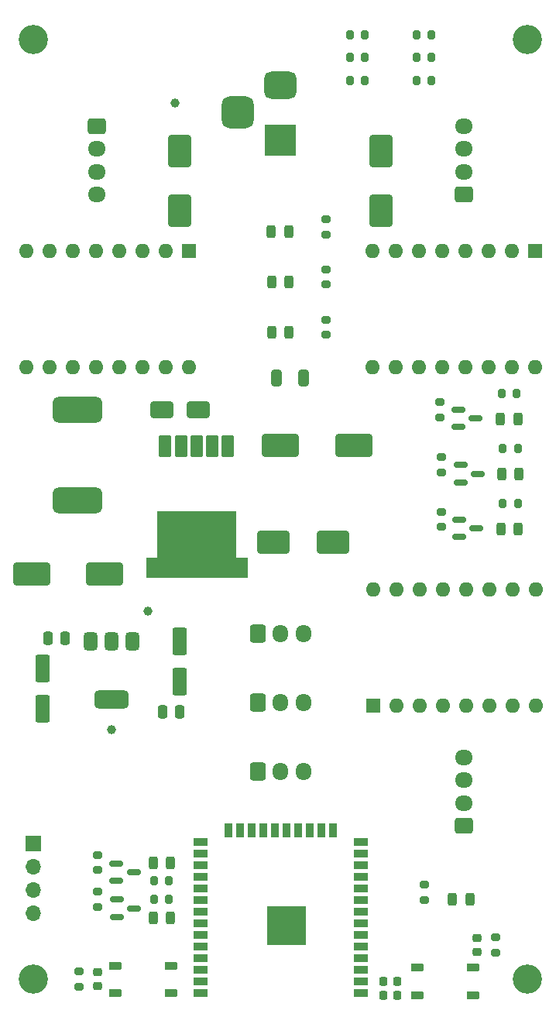
<source format=gts>
G04 #@! TF.GenerationSoftware,KiCad,Pcbnew,8.0.4*
G04 #@! TF.CreationDate,2025-01-23T14:05:32+11:00*
G04 #@! TF.ProjectId,Rotating_Cube_Shelf_2,526f7461-7469-46e6-975f-437562655f53,rev?*
G04 #@! TF.SameCoordinates,Original*
G04 #@! TF.FileFunction,Soldermask,Top*
G04 #@! TF.FilePolarity,Negative*
%FSLAX46Y46*%
G04 Gerber Fmt 4.6, Leading zero omitted, Abs format (unit mm)*
G04 Created by KiCad (PCBNEW 8.0.4) date 2025-01-23 14:05:32*
%MOMM*%
%LPD*%
G01*
G04 APERTURE LIST*
G04 Aperture macros list*
%AMRoundRect*
0 Rectangle with rounded corners*
0 $1 Rounding radius*
0 $2 $3 $4 $5 $6 $7 $8 $9 X,Y pos of 4 corners*
0 Add a 4 corners polygon primitive as box body*
4,1,4,$2,$3,$4,$5,$6,$7,$8,$9,$2,$3,0*
0 Add four circle primitives for the rounded corners*
1,1,$1+$1,$2,$3*
1,1,$1+$1,$4,$5*
1,1,$1+$1,$6,$7*
1,1,$1+$1,$8,$9*
0 Add four rect primitives between the rounded corners*
20,1,$1+$1,$2,$3,$4,$5,0*
20,1,$1+$1,$4,$5,$6,$7,0*
20,1,$1+$1,$6,$7,$8,$9,0*
20,1,$1+$1,$8,$9,$2,$3,0*%
G04 Aperture macros list end*
%ADD10C,0.010000*%
%ADD11RoundRect,0.250000X-0.600000X-0.725000X0.600000X-0.725000X0.600000X0.725000X-0.600000X0.725000X0*%
%ADD12O,1.700000X1.950000*%
%ADD13C,1.000000*%
%ADD14RoundRect,0.200000X0.275000X-0.200000X0.275000X0.200000X-0.275000X0.200000X-0.275000X-0.200000X0*%
%ADD15R,1.600000X1.600000*%
%ADD16O,1.600000X1.600000*%
%ADD17RoundRect,0.200000X-0.200000X-0.275000X0.200000X-0.275000X0.200000X0.275000X-0.200000X0.275000X0*%
%ADD18RoundRect,0.150000X-0.587500X-0.150000X0.587500X-0.150000X0.587500X0.150000X-0.587500X0.150000X0*%
%ADD19RoundRect,0.250000X-0.725000X0.600000X-0.725000X-0.600000X0.725000X-0.600000X0.725000X0.600000X0*%
%ADD20O,1.950000X1.700000*%
%ADD21RoundRect,0.250000X-0.550000X1.250000X-0.550000X-1.250000X0.550000X-1.250000X0.550000X1.250000X0*%
%ADD22RoundRect,0.250000X1.500000X1.000000X-1.500000X1.000000X-1.500000X-1.000000X1.500000X-1.000000X0*%
%ADD23RoundRect,0.225000X0.475000X0.225000X-0.475000X0.225000X-0.475000X-0.225000X0.475000X-0.225000X0*%
%ADD24RoundRect,0.243750X-0.243750X-0.456250X0.243750X-0.456250X0.243750X0.456250X-0.243750X0.456250X0*%
%ADD25RoundRect,0.243750X0.243750X0.456250X-0.243750X0.456250X-0.243750X-0.456250X0.243750X-0.456250X0*%
%ADD26RoundRect,0.250000X0.725000X-0.600000X0.725000X0.600000X-0.725000X0.600000X-0.725000X-0.600000X0*%
%ADD27RoundRect,0.225000X0.225000X0.250000X-0.225000X0.250000X-0.225000X-0.250000X0.225000X-0.250000X0*%
%ADD28RoundRect,0.250000X1.750000X1.000000X-1.750000X1.000000X-1.750000X-1.000000X1.750000X-1.000000X0*%
%ADD29R,3.500000X3.500000*%
%ADD30RoundRect,0.750000X-1.000000X0.750000X-1.000000X-0.750000X1.000000X-0.750000X1.000000X0.750000X0*%
%ADD31RoundRect,0.875000X-0.875000X0.875000X-0.875000X-0.875000X0.875000X-0.875000X0.875000X0.875000X0*%
%ADD32RoundRect,0.250000X1.000000X0.650000X-1.000000X0.650000X-1.000000X-0.650000X1.000000X-0.650000X0*%
%ADD33C,0.600000*%
%ADD34R,4.200000X4.200000*%
%ADD35R,1.500000X0.900000*%
%ADD36R,0.900000X1.500000*%
%ADD37C,3.200000*%
%ADD38R,1.700000X1.700000*%
%ADD39O,1.700000X1.700000*%
%ADD40RoundRect,0.250000X1.000000X-1.500000X1.000000X1.500000X-1.000000X1.500000X-1.000000X-1.500000X0*%
%ADD41RoundRect,0.375000X-0.375000X0.625000X-0.375000X-0.625000X0.375000X-0.625000X0.375000X0.625000X0*%
%ADD42RoundRect,0.500000X-1.400000X0.500000X-1.400000X-0.500000X1.400000X-0.500000X1.400000X0.500000X0*%
%ADD43RoundRect,0.250000X-0.250000X-0.475000X0.250000X-0.475000X0.250000X0.475000X-0.250000X0.475000X0*%
%ADD44RoundRect,0.225000X-0.250000X0.225000X-0.250000X-0.225000X0.250000X-0.225000X0.250000X0.225000X0*%
%ADD45RoundRect,0.200000X-0.275000X0.200000X-0.275000X-0.200000X0.275000X-0.200000X0.275000X0.200000X0*%
%ADD46RoundRect,0.250000X0.325000X0.650000X-0.325000X0.650000X-0.325000X-0.650000X0.325000X-0.650000X0*%
%ADD47RoundRect,0.250000X0.250000X0.475000X-0.250000X0.475000X-0.250000X-0.475000X0.250000X-0.475000X0*%
%ADD48RoundRect,0.225000X-0.475000X-0.225000X0.475000X-0.225000X0.475000X0.225000X-0.475000X0.225000X0*%
%ADD49RoundRect,0.250000X0.550000X-1.250000X0.550000X1.250000X-0.550000X1.250000X-0.550000X-1.250000X0*%
%ADD50RoundRect,0.725000X1.975000X0.725000X-1.975000X0.725000X-1.975000X-0.725000X1.975000X-0.725000X0*%
%ADD51RoundRect,0.102000X-0.535000X1.080000X-0.535000X-1.080000X0.535000X-1.080000X0.535000X1.080000X0*%
%ADD52RoundRect,0.250000X-1.750000X-1.000000X1.750000X-1.000000X1.750000X1.000000X-1.750000X1.000000X0*%
G04 APERTURE END LIST*
D10*
X-4935000Y-9660000D02*
X-3700000Y-9660000D01*
X-3700000Y-11770000D01*
X-14700000Y-11770000D01*
X-14700000Y-9660000D01*
X-13465000Y-9660000D01*
X-13465000Y-4580000D01*
X-4935000Y-4580000D01*
X-4935000Y-9660000D01*
G36*
X-4935000Y-9660000D02*
G01*
X-3700000Y-9660000D01*
X-3700000Y-11770000D01*
X-14700000Y-11770000D01*
X-14700000Y-9660000D01*
X-13465000Y-9660000D01*
X-13465000Y-4580000D01*
X-4935000Y-4580000D01*
X-4935000Y-9660000D01*
G37*
D11*
X-2500000Y-18000000D03*
D12*
X0Y-18000000D03*
X2500000Y-18000000D03*
D13*
X-18500000Y-28500000D03*
D14*
X17562500Y-325000D03*
X17562500Y1325000D03*
D15*
X27800000Y23840000D03*
D16*
X25260000Y23840000D03*
X22720000Y23840000D03*
X20180000Y23840000D03*
X17640000Y23840000D03*
X15100000Y23840000D03*
X12560000Y23840000D03*
X10020000Y23840000D03*
X10020000Y11140000D03*
X12560000Y11140000D03*
X15100000Y11140000D03*
X17640000Y11140000D03*
X20180000Y11140000D03*
X22720000Y11140000D03*
X25260000Y11140000D03*
X27800000Y11140000D03*
D13*
X-14500000Y-15500000D03*
D14*
X5000000Y25675000D03*
X5000000Y27325000D03*
X-20000000Y-47825000D03*
X-20000000Y-46175000D03*
D17*
X7575000Y45000000D03*
X9225000Y45000000D03*
D18*
X19562500Y-5500000D03*
X19562500Y-7400000D03*
X21437500Y-6450000D03*
D14*
X5000000Y20175000D03*
X5000000Y21825000D03*
D19*
X-20050000Y37500000D03*
D20*
X-20050000Y35000000D03*
X-20050000Y32500000D03*
X-20050000Y30000000D03*
D17*
X14875000Y47500000D03*
X16525000Y47500000D03*
D21*
X-26000000Y-21800000D03*
X-26000000Y-26200000D03*
D22*
X5750000Y-8000000D03*
X-750000Y-8000000D03*
D23*
X14950000Y-54500000D03*
X21050000Y-54500000D03*
X14950000Y-57500000D03*
X21050000Y-57500000D03*
D24*
X-937500Y20500000D03*
X937500Y20500000D03*
D25*
X26000000Y-6500000D03*
X24125000Y-6500000D03*
D17*
X-13825000Y-45000000D03*
X-12175000Y-45000000D03*
D26*
X20000000Y-39000000D03*
D20*
X20000000Y-36500000D03*
X20000000Y-34000000D03*
X20000000Y-31500000D03*
D27*
X12775000Y-56000000D03*
X11225000Y-56000000D03*
D17*
X14875000Y42500000D03*
X16525000Y42500000D03*
D25*
X-12062500Y-43000000D03*
X-13937500Y-43000000D03*
D28*
X-19225000Y-11425000D03*
X-27225000Y-11425000D03*
D13*
X-11500000Y40000000D03*
D17*
X14875000Y45000000D03*
X16525000Y45000000D03*
D18*
X19687500Y450000D03*
X19687500Y-1450000D03*
X21562500Y-500000D03*
X-17875000Y-47050000D03*
X-17875000Y-48950000D03*
X-16000000Y-48000000D03*
D29*
X0Y36000000D03*
D30*
X0Y42000000D03*
D31*
X-4700000Y39000000D03*
D17*
X24175000Y8250000D03*
X25825000Y8250000D03*
D32*
X-9000000Y6500000D03*
X-13000000Y6500000D03*
D33*
X-845000Y-49147500D03*
X-845000Y-50672500D03*
X-82500Y-48385000D03*
X-82500Y-49910000D03*
X-82500Y-51435000D03*
X680000Y-49147500D03*
D34*
X680000Y-49910000D03*
D33*
X680000Y-50672500D03*
X1442500Y-48385000D03*
X1442500Y-49910000D03*
X1442500Y-51435000D03*
X2205000Y-49147500D03*
X2205000Y-50672500D03*
D35*
X-8750000Y-57250000D03*
X-8750000Y-55980000D03*
X-8750000Y-54710000D03*
X-8750000Y-53440000D03*
X-8750000Y-52170000D03*
X-8750000Y-50900000D03*
X-8750000Y-49630000D03*
X-8750000Y-48360000D03*
X-8750000Y-47090000D03*
X-8750000Y-45820000D03*
X-8750000Y-44550000D03*
X-8750000Y-43280000D03*
X-8750000Y-42010000D03*
X-8750000Y-40740000D03*
D36*
X-5720000Y-39490000D03*
X-4450000Y-39490000D03*
X-3180000Y-39490000D03*
X-1910000Y-39490000D03*
X-640000Y-39490000D03*
X630000Y-39490000D03*
X1900000Y-39490000D03*
X3170000Y-39490000D03*
X4440000Y-39490000D03*
X5710000Y-39490000D03*
D35*
X8750000Y-40740000D03*
X8750000Y-42010000D03*
X8750000Y-43280000D03*
X8750000Y-44550000D03*
X8750000Y-45820000D03*
X8750000Y-47090000D03*
X8750000Y-48360000D03*
X8750000Y-49630000D03*
X8750000Y-50900000D03*
X8750000Y-52170000D03*
X8750000Y-53440000D03*
X8750000Y-54710000D03*
X8750000Y-55980000D03*
X8750000Y-57250000D03*
D25*
X18812500Y-47000000D03*
X20687500Y-47000000D03*
D17*
X7575000Y47500000D03*
X9225000Y47500000D03*
D37*
X27000000Y-55750000D03*
D26*
X20000000Y30000000D03*
D20*
X20000000Y32500000D03*
X20000000Y35000000D03*
X20000000Y37500000D03*
D27*
X12775000Y-57500000D03*
X11225000Y-57500000D03*
D38*
X-27000000Y-40880000D03*
D39*
X-27000000Y-43420000D03*
X-27000000Y-45960000D03*
X-27000000Y-48500000D03*
D17*
X24300000Y2250000D03*
X25950000Y2250000D03*
D40*
X11000000Y28250000D03*
X11000000Y34750000D03*
D14*
X-20000000Y-43825000D03*
X-20000000Y-42175000D03*
D37*
X-27000000Y-55750000D03*
D41*
X-16200000Y-18850000D03*
X-18500000Y-18850000D03*
D42*
X-18500000Y-25150000D03*
D41*
X-20800000Y-18850000D03*
D17*
X7575000Y42500000D03*
X9225000Y42500000D03*
D43*
X-25450000Y-18500000D03*
X-23550000Y-18500000D03*
D24*
X-1000000Y26000000D03*
X875000Y26000000D03*
D44*
X-20000000Y-54975000D03*
X-20000000Y-56525000D03*
D45*
X23500000Y-51175000D03*
X23500000Y-52825000D03*
D25*
X-13937500Y-49050000D03*
X-12062500Y-49050000D03*
D11*
X-2500000Y-25525000D03*
D12*
X0Y-25525000D03*
X2500000Y-25525000D03*
D46*
X2475000Y10000000D03*
X-475000Y10000000D03*
D47*
X-11000000Y-26500000D03*
X-12900000Y-26500000D03*
D48*
X-18050000Y-54250000D03*
X-11950000Y-54250000D03*
X-18050000Y-57250000D03*
X-11950000Y-57250000D03*
D18*
X19437500Y6500000D03*
X19437500Y4600000D03*
X21312500Y5550000D03*
D37*
X27000000Y47000000D03*
D18*
X-17937500Y-43100000D03*
X-17937500Y-45000000D03*
X-16062500Y-44050000D03*
D40*
X-11000000Y28250000D03*
X-11000000Y34750000D03*
D25*
X26062500Y-500000D03*
X24187500Y-500000D03*
D37*
X-27000000Y47000000D03*
D14*
X17437500Y5675000D03*
X17437500Y7325000D03*
D11*
X-2500000Y-33000000D03*
D12*
X0Y-33000000D03*
X2500000Y-33000000D03*
D49*
X-11000000Y-23200000D03*
X-11000000Y-18800000D03*
D50*
X-22225000Y6525000D03*
X-22225000Y-3375000D03*
D45*
X-22000000Y-54925000D03*
X-22000000Y-56575000D03*
D14*
X15750000Y-47075000D03*
X15750000Y-45425000D03*
D17*
X-12175000Y-47050000D03*
X-13825000Y-47050000D03*
D14*
X17562500Y-6325000D03*
X17562500Y-4675000D03*
D17*
X24300000Y-3750000D03*
X25950000Y-3750000D03*
D25*
X25937500Y5500000D03*
X24062500Y5500000D03*
D14*
X5000000Y14675000D03*
X5000000Y16325000D03*
D51*
X-5800000Y2500000D03*
X-7500000Y2500000D03*
X-9200000Y2500000D03*
X-10900000Y2500000D03*
X-12600000Y2500000D03*
D44*
X21500000Y-51225000D03*
X21500000Y-52775000D03*
D52*
X0Y2575000D03*
X8000000Y2575000D03*
D24*
X-937500Y15000000D03*
X937500Y15000000D03*
D15*
X10110000Y-25840000D03*
D16*
X12650000Y-25840000D03*
X15190000Y-25840000D03*
X17730000Y-25840000D03*
X20270000Y-25840000D03*
X22810000Y-25840000D03*
X25350000Y-25840000D03*
X27890000Y-25840000D03*
X27890000Y-13140000D03*
X25350000Y-13140000D03*
X22810000Y-13140000D03*
X20270000Y-13140000D03*
X17730000Y-13140000D03*
X15190000Y-13140000D03*
X12650000Y-13140000D03*
X10110000Y-13140000D03*
D15*
X-10000000Y23840000D03*
D16*
X-12540000Y23840000D03*
X-15080000Y23840000D03*
X-17620000Y23840000D03*
X-20160000Y23840000D03*
X-22700000Y23840000D03*
X-25240000Y23840000D03*
X-27780000Y23840000D03*
X-27780000Y11140000D03*
X-25240000Y11140000D03*
X-22700000Y11140000D03*
X-20160000Y11140000D03*
X-17620000Y11140000D03*
X-15080000Y11140000D03*
X-12540000Y11140000D03*
X-10000000Y11140000D03*
M02*

</source>
